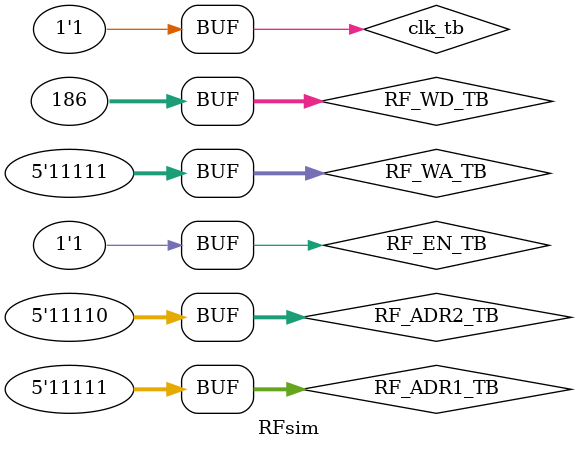
<source format=sv>
`timescale 1ns / 1ps


module RFsim;

logic clk_tb;
logic [4:0] RF_ADR1_TB;
logic [4:0] RF_ADR2_TB;
logic [4:0] RF_WA_TB;
logic [31:0] RF_WD_TB;
logic RF_EN_TB;
logic [31:0] rs1_tb;
logic [31:0] rs2_tb;

REG_FILE RF_TB (
    .clk(clk_tb),
    .RF_ADR1(RF_ADR1_TB),
    .RF_ADR2(RF_ADR2_TB),
    .RF_WA(RF_WA_TB),
    .RF_WD(RF_WD_TB),
    .RF_EN(RF_EN_TB),
    .rs1(rs1_tb),
    .rs2(rs2_tb)
    );

always begin
    clk_tb = 0;
    #5;
    clk_tb = 1;
    #5;
end

initial begin
    RF_EN_TB = 0;
    RF_ADR1_TB = 31;
    RF_ADR2_TB = 30;
    RF_WA_TB = 31;
    RF_WD_TB = 8'hFFFFFFFF;
    #10;

    RF_EN_TB = 1;
    RF_ADR1_TB = 31;
    RF_ADR2_TB = 30;
    RF_WA_TB = 31;
    RF_WD_TB = 8'hFFFFFFFF;
    #10;
    
    RF_EN_TB = 1;
    RF_ADR1_TB = 31;
    RF_ADR2_TB = 0;
    RF_WA_TB = 0;
    RF_WD_TB = 8'hFFFFFFFF;
    #10;
    
    RF_EN_TB = 1;
    RF_ADR1_TB = 31;
    RF_ADR2_TB = 30;
    RF_WA_TB = 30;
    RF_WD_TB = 8'hFFFFFFFF;
    #10;
    
    RF_EN_TB = 1;
    RF_ADR1_TB = 31;
    RF_ADR2_TB = 30;
    RF_WA_TB = 30;
    RF_WD_TB = 8'hABCD1234;
    #10;
    
    RF_EN_TB = 1;
    RF_ADR1_TB = 31;
    RF_ADR2_TB = 30;
    RF_WA_TB = 31;
    RF_WD_TB = 8'h4321DCBA;
    
    end
endmodule

</source>
